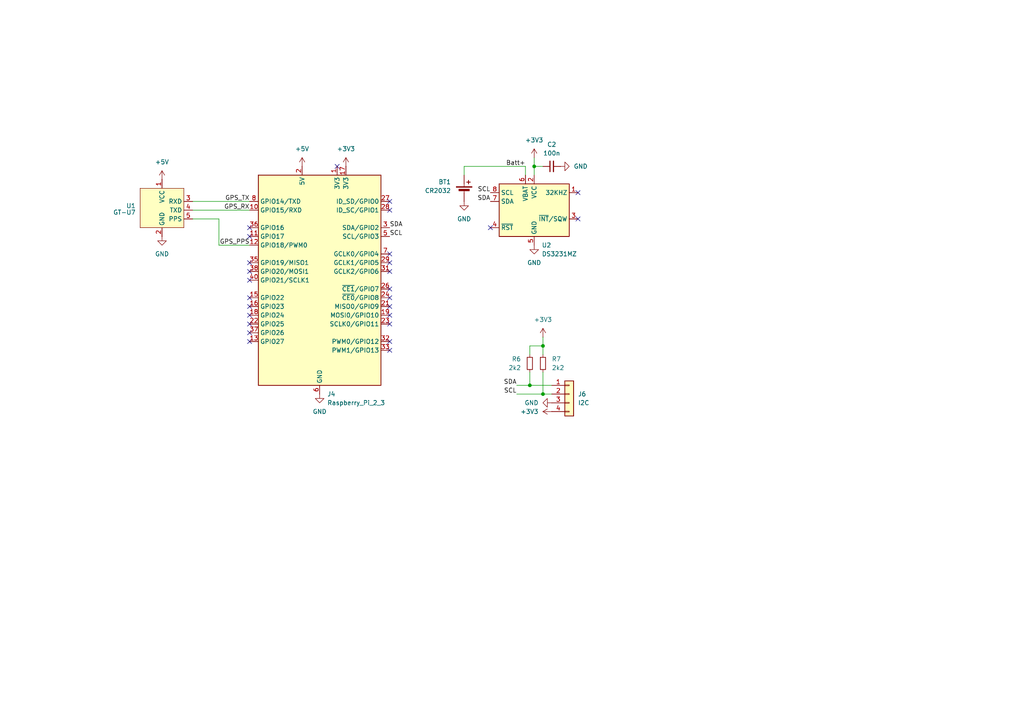
<source format=kicad_sch>
(kicad_sch (version 20231120) (generator "eeschema") (generator_version "8.0")
  (paper "A4")
  (title_block (title "NTP-Server") (date "${DATE}") (rev "${VERSION}") (company "Qetesh"))
  (lib_symbols
    (symbol "Connector:Raspberry_Pi_2_3"
      (property "Reference" "J4" (at 2.1941 -33.02 0))
      (property "Value" "Raspberry_Pi_2_3" (at 2.1941 -35.56 0))
      (symbol "Raspberry_Pi_2_3_0_1"
        (rectangle (start -17.78 30.48) (end 17.78 -30.48) (stroke (width 0.254)) (fill (type background)))
      )
      (symbol "Raspberry_Pi_2_3_1_1"
        (pin power_out line (at 5.08 33.02 270) (length 2.54) (name "3V3") (number "1"))
        (pin bidirectional line (at -20.32 20.32 0) (length 2.54) (name "GPIO15/RXD") (number "10"))
        (pin bidirectional line (at -20.32 12.7 0) (length 2.54) (name "GPIO17") (number "11"))
        (pin bidirectional line (at -20.32 10.16 0) (length 2.54) (name "GPIO18/PWM0") (number "12"))
        (pin bidirectional line (at -20.32 -17.78 0) (length 2.54) (name "GPIO27") (number "13"))
        (pin passive line (at 0 -33.02 90) (length 2.54) hide (name "GND") (number "14"))
        (pin bidirectional line (at -20.32 -5.08 0) (length 2.54) (name "GPIO22") (number "15"))
        (pin bidirectional line (at -20.32 -7.62 0) (length 2.54) (name "GPIO23") (number "16"))
        (pin passive line (at 7.62 33.02 270) (length 2.54) (name "3V3") (number "17"))
        (pin bidirectional line (at -20.32 -10.16 0) (length 2.54) (name "GPIO24") (number "18"))
        (pin bidirectional line (at 20.32 -10.16 180) (length 2.54) (name "MOSI0/GPIO10") (number "19"))
        (pin power_in line (at -5.08 33.02 270) (length 2.54) (name "5V") (number "2"))
        (pin passive line (at 0 -33.02 90) (length 2.54) hide (name "GND") (number "20"))
        (pin bidirectional line (at 20.32 -7.62 180) (length 2.54) (name "MISO0/GPIO9") (number "21"))
        (pin bidirectional line (at -20.32 -12.7 0) (length 2.54) (name "GPIO25") (number "22"))
        (pin bidirectional line (at 20.32 -12.7 180) (length 2.54) (name "SCLK0/GPIO11") (number "23"))
        (pin bidirectional line (at 20.32 -5.08 180) (length 2.54) (name "~{CE0}/GPIO8") (number "24"))
        (pin passive line (at 0 -33.02 90) (length 2.54) hide (name "GND") (number "25"))
        (pin bidirectional line (at 20.32 -2.54 180) (length 2.54) (name "~{CE1}/GPIO7") (number "26"))
        (pin bidirectional line (at 20.32 22.86 180) (length 2.54) (name "ID_SD/GPIO0") (number "27"))
        (pin bidirectional line (at 20.32 20.32 180) (length 2.54) (name "ID_SC/GPIO1") (number "28"))
        (pin bidirectional line (at 20.32 5.08 180) (length 2.54) (name "GCLK1/GPIO5") (number "29"))
        (pin bidirectional line (at 20.32 15.24 180) (length 2.54) (name "SDA/GPIO2") (number "3"))
        (pin passive line (at 0 -33.02 90) (length 2.54) hide (name "GND") (number "30"))
        (pin bidirectional line (at 20.32 2.54 180) (length 2.54) (name "GCLK2/GPIO6") (number "31"))
        (pin bidirectional line (at 20.32 -17.78 180) (length 2.54) (name "PWM0/GPIO12") (number "32"))
        (pin bidirectional line (at 20.32 -20.32 180) (length 2.54) (name "PWM1/GPIO13") (number "33"))
        (pin passive line (at 0 -33.02 90) (length 2.54) hide (name "GND") (number "34"))
        (pin bidirectional line (at -20.32 5.08 0) (length 2.54) (name "GPIO19/MISO1") (number "35"))
        (pin bidirectional line (at -20.32 15.24 0) (length 2.54) (name "GPIO16") (number "36"))
        (pin bidirectional line (at -20.32 -15.24 0) (length 2.54) (name "GPIO26") (number "37"))
        (pin bidirectional line (at -20.32 2.54 0) (length 2.54) (name "GPIO20/MOSI1") (number "38"))
        (pin passive line (at 0 -33.02 90) (length 2.54) hide (name "GND") (number "39"))
        (pin passive line (at -5.08 33.02 270) (length 2.54) hide (name "5V") (number "4"))
        (pin bidirectional line (at -20.32 0 0) (length 2.54) (name "GPIO21/SCLK1") (number "40"))
        (pin bidirectional line (at 20.32 12.7 180) (length 2.54) (name "SCL/GPIO3") (number "5"))
        (pin power_in line (at 0 -33.02 90) (length 2.54) (name "GND") (number "6"))
        (pin bidirectional line (at 20.32 7.62 180) (length 2.54) (name "GCLK0/GPIO4") (number "7"))
        (pin bidirectional line (at -20.32 22.86 0) (length 2.54) (name "GPIO14/TXD") (number "8"))
        (pin passive line (at 0 -33.02 90) (length 2.54) hide (name "GND") (number "9"))
      )
    )
    (symbol "Connector_Generic:Conn_01x04" (pin_names (offset 1.016) hide)
      (property "Reference" "J" (at 0 5.08 0))
      (property "Value" "Conn_01x04" (at 0 -7.62 0))
      (symbol "Conn_01x04_1_1"
        (rectangle (start -1.27 -4.953) (end 0 -5.207) (stroke (width 0.1524)))
        (rectangle (start -1.27 -2.413) (end 0 -2.667) (stroke (width 0.1524)))
        (rectangle (start -1.27 0.127) (end 0 -0.127) (stroke (width 0.1524)))
        (rectangle (start -1.27 2.667) (end 0 2.413) (stroke (width 0.1524)))
        (rectangle (start -1.27 3.81) (end 1.27 -6.35) (stroke (width 0.254)) (fill (type background)))
        (pin passive line (at -5.08 2.54 0) (length 3.81) (name "Pin_1") (number "1"))
        (pin passive line (at -5.08 0 0) (length 3.81) (name "Pin_2") (number "2"))
        (pin passive line (at -5.08 -2.54 0) (length 3.81) (name "Pin_3") (number "3"))
        (pin passive line (at -5.08 -5.08 0) (length 3.81) (name "Pin_4") (number "4"))
      )
    )
    (symbol "Device:Battery_Cell" (pin_numbers hide) (pin_names (offset 0) hide)
      (property "Reference" "BT" (at 2.54 2.54 0))
      (property "Value" "Battery_Cell" (at 2.54 0 0))
      (symbol "Battery_Cell_0_1"
        (rectangle (start -2.286 1.778) (end 2.286 1.524) (fill (type outline)))
        (rectangle (start -1.524 1.016) (end 1.524 0.508) (fill (type outline)))
        (polyline (pts (xy 0 0.762) (xy 0 0)))
        (polyline (pts (xy 0 1.778) (xy 0 2.54)))
        (polyline (pts (xy 0.762 3.048) (xy 1.778 3.048)) (stroke (width 0.254)))
        (polyline (pts (xy 1.27 3.556) (xy 1.27 2.54)) (stroke (width 0.254)))
      )
      (symbol "Battery_Cell_1_1"
        (pin passive line (at 0 5.08 270) (length 2.54) (name "+") (number "1"))
        (pin passive line (at 0 -2.54 90) (length 2.54) (name "-") (number "2"))
      )
    )
    (symbol "Device:C_Small" (pin_numbers hide) (pin_names (offset 0.254) hide)
      (property "Reference" "C" (at 0.254 1.778 0))
      (property "Value" "C_Small" (at 0.254 -2.032 0))
      (symbol "C_Small_0_1"
        (polyline (pts (xy -1.524 -0.508) (xy 1.524 -0.508)) (stroke (width 0.3302)))
        (polyline (pts (xy -1.524 0.508) (xy 1.524 0.508)) (stroke (width 0.3048)))
      )
      (symbol "C_Small_1_1"
        (pin passive line (at 0 2.54 270) (length 2.032) (name "~") (number "1"))
        (pin passive line (at 0 -2.54 90) (length 2.032) (name "~") (number "2"))
      )
    )
    (symbol "Device:R_Small" (pin_numbers hide) (pin_names (offset 0.254) hide)
      (property "Reference" "R" (at 0.762 0.508 0))
      (property "Value" "R_Small" (at 0.762 -1.016 0))
      (symbol "R_Small_0_1"
        (rectangle (start -0.762 1.778) (end 0.762 -1.778) (stroke (width 0.2032)))
      )
      (symbol "R_Small_1_1"
        (pin passive line (at 0 2.54 270) (length 0.762) (name "~") (number "1"))
        (pin passive line (at 0 -2.54 90) (length 0.762) (name "~") (number "2"))
      )
    )
    (symbol "GT-U7_GPS-Module:GT-U7_GPS_Module"
      (property "Reference" "U" (at -5.588 -2.794 0))
      (property "Value" "GT-U7" (at 3.302 -2.794 0))
      (symbol "GT-U7_GPS_Module_1_1"
        (rectangle (start -6.35 -3.81) (end 6.35 -15.24) (fill (type background)))
        (pin power_in line (at 0 -1.27 270) (length 2.54) (name "VCC") (number "1"))
        (pin power_in line (at 0 -17.78 90) (length 2.54) (name "GND") (number "2"))
        (pin input line (at -8.89 -7.62 0) (length 2.54) (name "RXD") (number "3"))
        (pin output line (at -8.89 -10.16 0) (length 2.54) (name "TXD") (number "4"))
        (pin output line (at -8.89 -12.7 0) (length 2.54) (name "PPS") (number "5"))
      )
    )
    (symbol "Timer_RTC:DS3231MZ"
      (property "Reference" "U" (at -7.62 8.89 0))
      (property "Value" "DS3231MZ" (at 11.43 8.89 0))
      (symbol "DS3231MZ_0_1"
        (rectangle (start -10.16 7.62) (end 10.16 -7.62) (stroke (width 0.254)) (fill (type background)))
      )
      (symbol "DS3231MZ_1_1"
        (pin open_collector line (at 12.7 5.08 180) (length 2.54) (name "32KHZ") (number "1"))
        (pin power_in line (at 0 10.16 270) (length 2.54) (name "VCC") (number "2"))
        (pin open_collector line (at 12.7 -2.54 180) (length 2.54) (name "~{INT}/SQW") (number "3"))
        (pin bidirectional line (at -12.7 -5.08 0) (length 2.54) (name "~{RST}") (number "4"))
        (pin power_in line (at 0 -10.16 90) (length 2.54) (name "GND") (number "5"))
        (pin power_in line (at -2.54 10.16 270) (length 2.54) (name "VBAT") (number "6"))
        (pin bidirectional line (at -12.7 2.54 0) (length 2.54) (name "SDA") (number "7"))
        (pin input line (at -12.7 5.08 0) (length 2.54) (name "SCL") (number "8"))
      )
    )
    (symbol "power:+3V3" (power) (pin_numbers hide) (pin_names (offset 0) hide)
      (property "Value" "+3V3" (at 0 3.556 0))
      (symbol "+3V3_0_1"
        (polyline (pts (xy -0.762 1.27) (xy 0 2.54)))
        (polyline (pts (xy 0 0) (xy 0 2.54)))
        (polyline (pts (xy 0 2.54) (xy 0.762 1.27)))
      )
      (symbol "+3V3_1_1"
        (pin power_in line (at 0 0 90) (length 0) (name "~") (number "1"))
      )
    )
    (symbol "power:+5V" (power) (pin_numbers hide) (pin_names (offset 0) hide)
      (property "Value" "+5V" (at 0 3.556 0))
      (symbol "+5V_0_1"
        (polyline (pts (xy -0.762 1.27) (xy 0 2.54)))
        (polyline (pts (xy 0 0) (xy 0 2.54)))
        (polyline (pts (xy 0 2.54) (xy 0.762 1.27)))
      )
      (symbol "+5V_1_1"
        (pin power_in line (at 0 0 90) (length 0) (name "~") (number "1"))
      )
    )
    (symbol "power:GND" (power) (pin_numbers hide) (pin_names (offset 0) hide)
      (property "Value" "GND" (at 0 -3.81 0))
      (symbol "GND_0_1"
        (polyline (pts (xy 0 0) (xy 0 -1.27) (xy 1.27 -1.27) (xy 0 -2.54) (xy -1.27 -1.27) (xy 0 -1.27)))
      )
      (symbol "GND_1_1"
        (pin power_in line (at 0 0 270) (length 0) (name "~") (number "1"))
      )
    )
    (symbol "power:PWR_FLAG" (power) (pin_numbers hide) (pin_names (offset 0) hide)
      (property "Value" "PWR_FLAG" (at 0 3.81 0))
      (symbol "PWR_FLAG_0_0"
        (pin power_out line (at 0 0 90) (length 0) (name "~") (number "1"))
      )
      (symbol "PWR_FLAG_0_1"
        (polyline (pts (xy 0 0) (xy 0 1.27) (xy -1.016 1.905) (xy 0 2.54) (xy 1.016 1.905) (xy 0 1.27)))
      )
    )
  )
  (junction (at 157.48 100.33))
  (junction (at 153.67 111.76))
  (junction (at 154.94 48.26))
  (junction (at 157.48 114.3))
  (no_connect (at 72.39 66.04))
  (no_connect (at 167.64 63.5))
  (no_connect (at 113.03 83.82))
  (no_connect (at 97.79 48.26))
  (no_connect (at 142.24 66.04))
  (no_connect (at 72.39 99.06))
  (no_connect (at 72.39 78.74))
  (no_connect (at 113.03 101.6))
  (no_connect (at 113.03 88.9))
  (no_connect (at 113.03 91.44))
  (no_connect (at 113.03 93.98))
  (no_connect (at 113.03 60.96))
  (no_connect (at 72.39 86.36))
  (no_connect (at 72.39 91.44))
  (no_connect (at 113.03 99.06))
  (no_connect (at 113.03 76.2))
  (no_connect (at 113.03 86.36))
  (no_connect (at 113.03 58.42))
  (no_connect (at 167.64 55.88))
  (no_connect (at 72.39 88.9))
  (no_connect (at 113.03 73.66))
  (no_connect (at 72.39 96.52))
  (no_connect (at 72.39 68.58))
  (no_connect (at 72.39 93.98))
  (no_connect (at 72.39 76.2))
  (no_connect (at 72.39 81.28))
  (no_connect (at 113.03 78.74))
  (wire (pts (xy 154.94 45.72) (xy 154.94 48.26)))
  (wire (pts (xy 154.94 50.8) (xy 154.94 48.26)))
  (wire (pts (xy 152.4 48.26) (xy 152.4 50.8)))
  (wire (pts (xy 157.48 97.79) (xy 157.48 100.33)))
  (wire (pts (xy 149.86 114.3) (xy 157.48 114.3)))
  (wire (pts (xy 55.88 63.5) (xy 63.5 63.5)))
  (wire (pts (xy 157.48 100.33) (xy 157.48 102.87)))
  (wire (pts (xy 149.86 111.76) (xy 153.67 111.76)))
  (wire (pts (xy 134.62 48.26) (xy 134.62 50.8)))
  (wire (pts (xy 153.67 100.33) (xy 157.48 100.33)))
  (wire (pts (xy 157.48 107.95) (xy 157.48 114.3)))
  (wire (pts (xy 157.48 114.3) (xy 160.02 114.3)))
  (wire (pts (xy 55.88 60.96) (xy 72.39 60.96)))
  (wire (pts (xy 55.88 58.42) (xy 72.39 58.42)))
  (wire (pts (xy 154.94 48.26) (xy 157.48 48.26)))
  (wire (pts (xy 153.67 111.76) (xy 160.02 111.76)))
  (wire (pts (xy 153.67 102.87) (xy 153.67 100.33)))
  (wire (pts (xy 63.5 71.12) (xy 72.39 71.12)))
  (wire (pts (xy 153.67 107.95) (xy 153.67 111.76)))
  (wire (pts (xy 63.5 63.5) (xy 63.5 71.12)))
  (wire (pts (xy 134.62 48.26) (xy 152.4 48.26)))
  (label "SCL" (at 142.24 55.88 180))
  (label "SCL" (at 149.86 114.3 180))
  (label "SDA" (at 142.24 58.42 180))
  (label "SDA" (at 113.03 66.04 0))
  (label "Batt+" (at -8.89 172.72 270))
  (label "GPS_TX" (at 72.39 58.42 180))
  (label "Batt+" (at 152.4 48.26 180))
  (label "GPS_PPS" (at 72.39 71.12 180))
  (label "SCL" (at 113.03 68.58 0))
  (label "GPS_RX" (at 72.39 60.96 180))
  (label "SDA" (at 149.86 111.76 180))
  (symbol (lib_id "power:GND") (at 160.02 116.84 270) (unit 1)
    (property "Reference" "#PWR014" (effects (hide yes)))
    (property "Value" "GND" (at 156.21 116.8399 90) (effects (justify right)))
    (property "Description" "Power symbol creates a global label with name \"GND\" , ground" (effects (hide yes)))
  )
  (symbol (lib_id "power:+5V") (at 46.99 52.07 0) (unit 1)
    (property "Reference" "#PWR01" (effects (hide yes)))
    (property "Value" "+5V" (at 46.99 46.99 0))
    (property "Description" "Power symbol creates a global label with name \"+5V\"" (effects (hide yes)))
  )
  (symbol (lib_id "power:+3V3") (at -29.21 172.72 180) (unit 1)
    (property "Reference" "#PWR018" (effects (hide yes)))
    (property "Value" "+3V3" (at -29.21 177.8 0))
    (property "Description" "Power symbol creates a global label with name \"+3V3\"" (effects (hide yes)))
  )
  (symbol (lib_id "power:PWR_FLAG") (at -8.89 172.72 0) (unit 1)
    (property "Reference" "#FLG03" (effects (hide yes)))
    (property "Value" "PWR_FLAG" (at -8.89 167.64 0))
    (property "Description" "Special symbol for telling ERC where power comes from" (effects (hide yes)))
  )
  (symbol (lib_id "GT-U7_GPS-Module:GT-U7_GPS_Module") (at 46.99 50.8 0) (mirror y) (unit 1)
    (property "Reference" "U1" (at 39.37 59.6899 0) (effects (justify left)))
    (property "Value" "GT-U7" (at 39.37 61.595 0) (effects (justify left)))
    (property "Footprint" "GT-U7_GPS-Module:GT-U7_SMT" (effects (hide yes)))
    (property "Description" "GPS Module GT-U7 with NEO-6M" (effects (hide yes)))
  )
  (symbol (lib_id "Timer_RTC:DS3231MZ") (at 154.94 60.96 0) (unit 1)
    (property "Reference" "U2" (at 157.1341 71.12 0) (effects (justify left)))
    (property "Value" "DS3231MZ" (at 157.1341 73.66 0) (effects (justify left)))
    (property "Footprint" "Package_SO:SOIC-8_3.9x4.9mm_P1.27mm" (effects (hide yes)))
    (property "Datasheet" "http://datasheets.maximintegrated.com/en/ds/DS3231M.pdf" (effects (hide yes)))
    (property "Description" "±5ppm, I2C Real-Time Clock SOIC-8" (effects (hide yes)))
  )
  (symbol (lib_id "Device:C_Small") (at 160.02 48.26 90) (unit 1)
    (property "Reference" "C2" (at 160.0263 41.91 90))
    (property "Value" "100n" (at 160.0263 44.45 90))
    (property "Footprint" "Capacitor_SMD:C_0603_1608Metric_Pad1.08x0.95mm_HandSolder" (effects (hide yes)))
    (property "Description" "Unpolarized capacitor, small symbol" (effects (hide yes)))
  )
  (symbol (lib_id "power:PWR_FLAG") (at -29.21 172.72 0) (unit 1)
    (property "Reference" "#FLG02" (effects (hide yes)))
    (property "Value" "PWR_FLAG" (at -29.21 167.64 0))
    (property "Description" "Special symbol for telling ERC where power comes from" (effects (hide yes)))
  )
  (symbol (lib_id "Device:Battery_Cell") (at 134.62 55.88 0) (unit 1)
    (property "Reference" "BT1" (at 130.81 52.7684 0) (effects (justify right)))
    (property "Value" "CR2032" (at 130.81 55.3084 0) (effects (justify right)))
    (property "Footprint" "Connector_Molex:Molex_PicoBlade_53047-0210_1x02_P1.25mm_Vertical" (effects (hide yes)))
    (property "Description" "Single-cell battery" (effects (hide yes)))
  )
  (symbol (lib_id "power:GND") (at 162.56 48.26 90) (unit 1)
    (property "Reference" "#PWR016" (effects (hide yes)))
    (property "Value" "GND" (at 166.37 48.2599 90) (effects (justify right)))
    (property "Description" "Power symbol creates a global label with name \"GND\" , ground" (effects (hide yes)))
  )
  (symbol (lib_id "power:PWR_FLAG") (at -19.05 172.72 0) (unit 1)
    (property "Reference" "#FLG04" (effects (hide yes)))
    (property "Value" "PWR_FLAG" (at -19.05 167.64 0))
    (property "Description" "Special symbol for telling ERC where power comes from" (effects (hide yes)))
  )
  (symbol (lib_id "power:+5V") (at -39.37 172.72 180) (unit 1)
    (property "Reference" "#PWR017" (effects (hide yes)))
    (property "Value" "+5V" (at -39.37 177.8 0))
    (property "Description" "Power symbol creates a global label with name \"+5V\"" (effects (hide yes)))
  )
  (symbol (lib_id "power:+3V3") (at 157.48 97.79 0) (unit 1)
    (property "Reference" "#PWR013" (effects (hide yes)))
    (property "Value" "+3V3" (at 157.48 92.71 0))
    (property "Description" "Power symbol creates a global label with name \"+3V3\"" (effects (hide yes)))
  )
  (symbol (lib_id "power:GND") (at 92.71 114.3 0) (unit 1)
    (property "Reference" "#PWR08" (effects (hide yes)))
    (property "Value" "GND" (at 92.71 119.38 0))
    (property "Description" "Power symbol creates a global label with name \"GND\" , ground" (effects (hide yes)))
  )
  (symbol (lib_id "power:GND") (at 134.62 58.42 0) (unit 1)
    (property "Reference" "#PWR010" (effects (hide yes)))
    (property "Value" "GND" (at 134.62 63.5 0))
    (property "Description" "Power symbol creates a global label with name \"GND\" , ground" (effects (hide yes)))
  )
  (symbol (lib_id "Device:R_Small") (at 157.48 105.41 0) (unit 1)
    (property "Reference" "R7" (at 160.02 104.1399 0) (effects (justify left)))
    (property "Value" "2k2" (at 160.02 106.6799 0) (effects (justify left)))
    (property "Footprint" "Resistor_SMD:R_0603_1608Metric_Pad0.98x0.95mm_HandSolder" (effects (hide yes)))
    (property "Description" "Resistor, small symbol" (effects (hide yes)))
  )
  (symbol (lib_id "power:GND") (at 46.99 68.58 0) (unit 1)
    (property "Reference" "#PWR02" (effects (hide yes)))
    (property "Value" "GND" (at 46.99 73.66 0))
    (property "Description" "Power symbol creates a global label with name \"GND\" , ground" (effects (hide yes)))
  )
  (symbol (lib_id "power:PWR_FLAG") (at -39.37 172.72 0) (unit 1)
    (property "Reference" "#FLG01" (effects (hide yes)))
    (property "Value" "PWR_FLAG" (at -39.37 167.64 0))
    (property "Description" "Special symbol for telling ERC where power comes from" (effects (hide yes)))
  )
  (symbol (lib_id "Connector:Raspberry_Pi_2_3") (at 92.71 81.28 0) (unit 1)
    (property "Reference" "J4" (at 94.9041 114.3 0) (effects (justify left)))
    (property "Value" "Raspberry_Pi_2_3" (at 94.9041 116.84 0) (effects (justify left)))
    (property "Footprint" "Connector_PinSocket_2.54mm:PinSocket_2x20_P2.54mm_Vertical" (effects (hide yes)))
    (property "Datasheet" "https://www.raspberrypi.org/documentation/hardware/raspberrypi/schematics/rpi_SCH_3bplus_1p0_reduced.pdf" (effects (hide yes)))
    (property "Description" "expansion header for Raspberry Pi 2 & 3" (effects (hide yes)))
  )
  (symbol (lib_id "Device:R_Small") (at 153.67 105.41 0) (unit 1)
    (property "Reference" "R6" (at 151.13 104.1399 0) (effects (justify right)))
    (property "Value" "2k2" (at 151.13 106.6799 0) (effects (justify right)))
    (property "Footprint" "Resistor_SMD:R_0603_1608Metric_Pad0.98x0.95mm_HandSolder" (effects (hide yes)))
    (property "Description" "Resistor, small symbol" (effects (hide yes)))
  )
  (symbol (lib_id "Connector_Generic:Conn_01x04") (at 165.1 114.3 0) (unit 1)
    (property "Reference" "J6" (at 167.64 114.2999 0) (effects (justify left)))
    (property "Value" "I2C" (at 167.64 116.8399 0) (effects (justify left)))
    (property "Footprint" "Connector_JST:JST_PH_B4B-PH-K_1x04_P2.00mm_Vertical" (effects (hide yes)))
    (property "Description" "Generic connector, single row, 01x04, script generated (kicad-library-utils/schlib/autogen/connector/)" (effects (hide yes)))
  )
  (symbol (lib_id "power:+5V") (at 87.63 48.26 0) (unit 1)
    (property "Reference" "#PWR07" (effects (hide yes)))
    (property "Value" "+5V" (at 87.63 43.18 0))
    (property "Description" "Power symbol creates a global label with name \"+5V\"" (effects (hide yes)))
  )
  (symbol (lib_id "power:GND") (at 154.94 71.12 0) (unit 1)
    (property "Reference" "#PWR012" (effects (hide yes)))
    (property "Value" "GND" (at 154.94 76.2 0))
    (property "Description" "Power symbol creates a global label with name \"GND\" , ground" (effects (hide yes)))
  )
  (symbol (lib_id "power:GND") (at -19.05 172.72 0) (unit 1)
    (property "Reference" "#PWR019" (effects (hide yes)))
    (property "Value" "GND" (at -19.05 177.8 0))
    (property "Description" "Power symbol creates a global label with name \"GND\" , ground" (effects (hide yes)))
  )
  (symbol (lib_id "power:+3V3") (at 100.33 48.26 0) (unit 1)
    (property "Reference" "#PWR09" (effects (hide yes)))
    (property "Value" "+3V3" (at 100.33 43.18 0))
    (property "Description" "Power symbol creates a global label with name \"+3V3\"" (effects (hide yes)))
  )
  (symbol (lib_id "power:+3V3") (at 160.02 119.38 90) (unit 1)
    (property "Reference" "#PWR03" (effects (hide yes)))
    (property "Value" "+3V3" (at 156.21 119.3799 90) (effects (justify left)))
    (property "Description" "Power symbol creates a global label with name \"+3V3\"" (effects (hide yes)))
  )
  (symbol (lib_id "power:+3V3") (at 154.94 45.72 0) (unit 1)
    (property "Reference" "#PWR011" (effects (hide yes)))
    (property "Value" "+3V3" (at 154.94 40.64 0))
    (property "Description" "Power symbol creates a global label with name \"+3V3\"" (effects (hide yes)))
  )
)
</source>
